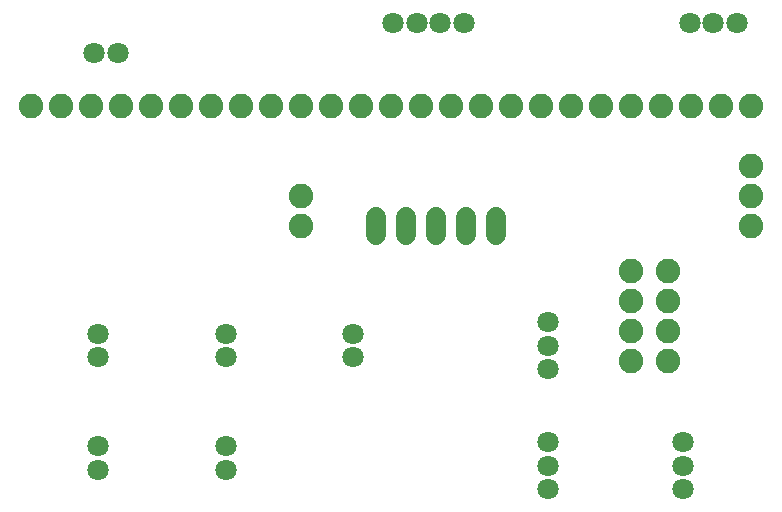
<source format=gbr>
G04 EAGLE Gerber RS-274X export*
G75*
%MOMM*%
%FSLAX34Y34*%
%LPD*%
%INSoldermask Bottom*%
%IPPOS*%
%AMOC8*
5,1,8,0,0,1.08239X$1,22.5*%
G01*
G04 Define Apertures*
%ADD10C,1.727200*%
%ADD11C,2.082800*%
%ADD12C,1.803200*%
D10*
X317500Y246380D02*
X317500Y261620D01*
X342900Y261620D02*
X342900Y246380D01*
X368300Y246380D02*
X368300Y261620D01*
X393700Y261620D02*
X393700Y246380D01*
X419100Y246380D02*
X419100Y261620D01*
D11*
X25400Y355600D03*
X50800Y355600D03*
X76200Y355600D03*
X101600Y355600D03*
X127000Y355600D03*
X152400Y355600D03*
X177800Y355600D03*
X203200Y355600D03*
X228600Y355600D03*
X254000Y355600D03*
X279400Y355600D03*
X304800Y355600D03*
X330200Y355600D03*
X355600Y355600D03*
X381000Y355600D03*
X406400Y355600D03*
X431800Y355600D03*
X457200Y355600D03*
X482600Y355600D03*
X508000Y355600D03*
X533400Y355600D03*
X558800Y355600D03*
X584200Y355600D03*
X609600Y355600D03*
X635000Y355600D03*
X635000Y254000D03*
X635000Y279400D03*
X635000Y304800D03*
D12*
X331950Y425450D03*
X351950Y425450D03*
X371950Y425450D03*
X391950Y425450D03*
X82550Y142400D03*
X82550Y162400D03*
X82550Y47150D03*
X82550Y67150D03*
X298450Y142400D03*
X298450Y162400D03*
X190500Y142400D03*
X190500Y162400D03*
X190500Y47150D03*
X190500Y67150D03*
X463550Y132400D03*
X463550Y152400D03*
X463550Y172400D03*
X463550Y30800D03*
X463550Y50800D03*
X463550Y70800D03*
X577850Y30800D03*
X577850Y50800D03*
X577850Y70800D03*
X583250Y425450D03*
X603250Y425450D03*
X623250Y425450D03*
X78900Y400050D03*
X98900Y400050D03*
D11*
X254000Y279400D03*
X254000Y254000D03*
X533400Y165100D03*
X533400Y139700D03*
X565150Y165100D03*
X565150Y139700D03*
X533400Y215900D03*
X533400Y190500D03*
X565150Y215900D03*
X565150Y190500D03*
M02*

</source>
